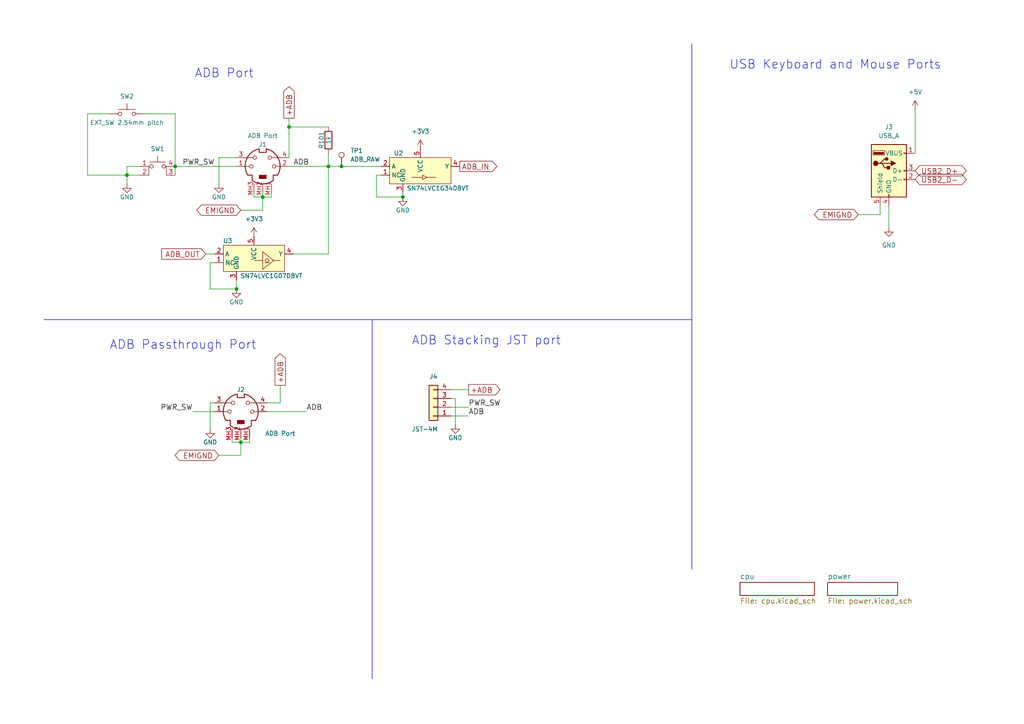
<source format=kicad_sch>
(kicad_sch (version 20230121) (generator eeschema)
  (paper "A4")
  (title_block (title "QuokkADB Community Edition") (date "2023-03-17") (rev "2023a") (company "Rabbit Hole Computing"))
  (lib_symbols
    (symbol "Connector:Mini-DIN-4" (pin_names (offset 1.016))
      (property "Reference" "J1" (at 0 6.35 0))
      (property "Value" "ADB Port" (at 8.89 -4.445 0))
      (symbol "Mini-DIN-4_0_1"
        (circle (center -3.302 0) (radius 0.508))
        (arc (start -3.048 -4.064) (mid 0 -5.08) (end 3.048 -4.064) (stroke (width 0.254)))
        (circle (center -2.032 2.54) (radius 0.508))
        (rectangle (start -1.016 -2.54) (end 1.016 -3.556) (fill (type outline)))
        (arc (start -1.016 5.08) (mid -4.6228 2.1214) (end -4.318 -2.54) (stroke (width 0.254)))
        (polyline (pts (xy -3.81 0) (xy -5.08 0)))
        (polyline (pts (xy -2.54 2.54) (xy -5.08 2.54)))
        (polyline (pts (xy 2.794 2.54) (xy 5.08 2.54)))
        (polyline (pts (xy 5.08 0) (xy 3.81 0)))
        (polyline (pts (xy -4.318 -2.54) (xy -3.048 -2.54) (xy -3.048 -4.064)) (stroke (width 0.254)))
        (polyline (pts (xy 4.318 -2.54) (xy 3.048 -2.54) (xy 3.048 -4.064)) (stroke (width 0.254)))
        (polyline (pts (xy -1.016 5.08) (xy -1.016 4.064) (xy 1.016 4.064) (xy 1.016 5.08)) (stroke (width 0.254)))
        (circle (center 2.286 2.54) (radius 0.508))
        (circle (center 3.302 0) (radius 0.508))
        (arc (start 4.318 -2.54) (mid 4.6661 2.1322) (end 1.016 5.08) (stroke (width 0.254)))
      )
      (symbol "Mini-DIN-4_1_1"
        (pin passive line (at 7.62 0 180) (length 2.54) (name "~") (number "1"))
        (pin passive line (at -7.62 0 0) (length 2.54) (name "~") (number "2"))
        (pin passive line (at 7.62 2.54 180) (length 2.54) (name "~") (number "3"))
        (pin passive line (at -7.62 2.54 0) (length 2.54) (name "~") (number "4"))
        (pin passive line (at -2.54 -7.62 90) (length 2.54) (name "~") (number "MH1"))
        (pin passive line (at 0 -7.62 90) (length 2.54) (name "~") (number "MH2"))
        (pin passive line (at 2.54 -7.62 90) (length 2.54) (name "~") (number "MH3"))
      )
    )
    (symbol "Connector:TestPoint" (pin_numbers hide) (pin_names (offset 0.762) hide)
      (property "Reference" "TP" (at 0 6.858 0))
      (property "Value" "TestPoint" (at 0 5.08 0))
      (symbol "TestPoint_0_1"
        (circle (center 0 3.302) (radius 0.762))
      )
      (symbol "TestPoint_1_1"
        (pin passive line (at 0 0 90) (length 2.54) (name "1") (number "1"))
      )
    )
    (symbol "Connector:USB_A" (pin_names (offset 1.016))
      (property "Reference" "J" (at -5.08 11.43 0))
      (property "Value" "USB_A" (at -5.08 8.89 0))
      (symbol "USB_A_0_1"
        (rectangle (start -5.08 -7.62) (end 5.08 7.62) (stroke (width 0.254)) (fill (type background)))
        (circle (center -3.81 2.159) (radius 0.635) (stroke (width 0.254)) (fill (type outline)))
        (rectangle (start -1.524 4.826) (end -4.318 5.334) (fill (type outline)))
        (rectangle (start -1.27 4.572) (end -4.572 5.842))
        (circle (center -0.635 3.429) (radius 0.381) (stroke (width 0.254)) (fill (type outline)))
        (rectangle (start -0.127 -7.62) (end 0.127 -6.858))
        (polyline (pts (xy -3.175 2.159) (xy -2.54 2.159) (xy -1.27 3.429) (xy -0.635 3.429)) (stroke (width 0.254)))
        (polyline (pts (xy -2.54 2.159) (xy -1.905 2.159) (xy -1.27 0.889) (xy 0 0.889)) (stroke (width 0.254)))
        (polyline (pts (xy 0.635 2.794) (xy 0.635 1.524) (xy 1.905 2.159) (xy 0.635 2.794)) (stroke (width 0.254)) (fill (type outline)))
        (rectangle (start 0.254 1.27) (end -0.508 0.508) (stroke (width 0.254)) (fill (type outline)))
        (rectangle (start 5.08 -2.667) (end 4.318 -2.413))
        (rectangle (start 5.08 -0.127) (end 4.318 0.127))
        (rectangle (start 5.08 4.953) (end 4.318 5.207))
      )
      (symbol "USB_A_1_1"
        (polyline (pts (xy -1.905 2.159) (xy 0.635 2.159)) (stroke (width 0.254)))
        (pin power_in line (at 7.62 5.08 180) (length 2.54) (name "VBUS") (number "1"))
        (pin bidirectional line (at 7.62 -2.54 180) (length 2.54) (name "D-") (number "2"))
        (pin bidirectional line (at 7.62 0 180) (length 2.54) (name "D+") (number "3"))
        (pin power_in line (at 0 -10.16 90) (length 2.54) (name "GND") (number "4"))
        (pin passive line (at -2.54 -10.16 90) (length 2.54) (name "Shield") (number "5"))
      )
    )
    (symbol "Connector_Generic:Conn_01x04" (pin_names (offset 1.016) hide)
      (property "Reference" "J" (at 0 5.08 0))
      (property "Value" "Conn_01x04" (at 0 -7.62 0))
      (symbol "Conn_01x04_1_1"
        (rectangle (start -1.27 -4.953) (end 0 -5.207) (stroke (width 0.1524)))
        (rectangle (start -1.27 -2.413) (end 0 -2.667) (stroke (width 0.1524)))
        (rectangle (start -1.27 0.127) (end 0 -0.127) (stroke (width 0.1524)))
        (rectangle (start -1.27 2.667) (end 0 2.413) (stroke (width 0.1524)))
        (rectangle (start -1.27 3.81) (end 1.27 -6.35) (stroke (width 0.254)) (fill (type background)))
        (pin passive line (at -5.08 2.54 0) (length 3.81) (name "Pin_1") (number "1"))
        (pin passive line (at -5.08 0 0) (length 3.81) (name "Pin_2") (number "2"))
        (pin passive line (at -5.08 -2.54 0) (length 3.81) (name "Pin_3") (number "3"))
        (pin passive line (at -5.08 -5.08 0) (length 3.81) (name "Pin_4") (number "4"))
      )
    )
    (symbol "Switch:SW_MEC_5E" (pin_names (offset 1.016) hide)
      (property "Reference" "SW" (at 0.635 5.715 0))
      (property "Value" "SW_MEC_5E" (at 0 -3.175 0))
      (symbol "SW_MEC_5E_0_1"
        (circle (center -1.778 2.54) (radius 0.508))
        (polyline (pts (xy -2.286 3.81) (xy 2.286 3.81)))
        (polyline (pts (xy 0 3.81) (xy 0 5.588)))
        (polyline (pts (xy -2.54 0) (xy -2.54 2.54) (xy -2.286 2.54)))
        (polyline (pts (xy 2.54 0) (xy 2.54 2.54) (xy 2.286 2.54)))
        (circle (center 1.778 2.54) (radius 0.508))
        (pin passive line (at -5.08 2.54 0) (length 2.54) (name "1") (number "1"))
        (pin passive line (at -5.08 0 0) (length 2.54) (name "2") (number "2"))
        (pin passive line (at 5.08 0 180) (length 2.54) (name "K") (number "3"))
        (pin passive line (at 5.08 2.54 180) (length 2.54) (name "A") (number "4"))
      )
    )
    (symbol "Switch:SW_Push" (pin_numbers hide) (pin_names (offset 1.016) hide)
      (property "Reference" "SW" (at 1.27 2.54 0))
      (property "Value" "SW_Push" (at 0 -1.524 0))
      (symbol "SW_Push_0_1"
        (circle (center -2.032 0) (radius 0.508))
        (polyline (pts (xy 0 1.27) (xy 0 3.048)))
        (polyline (pts (xy 2.54 1.27) (xy -2.54 1.27)))
        (circle (center 2.032 0) (radius 0.508))
        (pin passive line (at -5.08 0 0) (length 2.54) (name "1") (number "1"))
        (pin passive line (at 5.08 0 180) (length 2.54) (name "2") (number "2"))
      )
    )
    (symbol "Usb2Adb:SN74LVC1G07"
      (property "Reference" "U" (at 3.81 3.81 0))
      (property "Value" "SN74LVC1G07" (at 13.97 -6.35 0))
      (symbol "SN74LVC1G07_0_1"
        (polyline (pts (xy 17.145 -1.905) (xy 19.05 -1.905)))
        (polyline (pts (xy 11.43 -1.905) (xy 13.97 -1.905) (xy 13.97 0.635) (xy 17.145 -1.905) (xy 13.97 -4.445) (xy 13.97 -1.905)))
        (polyline (pts (xy 15.24 -2.54) (xy 14.605 -1.905) (xy 15.24 -1.27) (xy 15.875 -1.905) (xy 15.24 -2.54) (xy 14.605 -2.54) (xy 15.24 -2.54) (xy 15.875 -2.54)))
        (rectangle (start 2.54 2.54) (end 20.32 -5.08) (fill (type background)))
      )
      (symbol "SN74LVC1G07_1_1"
        (pin passive line (at 0 -2.54 0) (length 2.54) (name "NC") (number "1"))
        (pin input line (at 0 0 0) (length 2.54) (name "A") (number "2"))
        (pin power_in line (at 6.35 -7.62 90) (length 2.54) (name "GND") (number "3"))
        (pin open_collector line (at 22.86 0 180) (length 2.54) (name "Y") (number "4"))
        (pin power_in line (at 11.43 5.08 270) (length 2.54) (name "VCC") (number "5"))
      )
    )
    (symbol "Usb2Adb:SN74LVC1G34DBVR"
      (property "Reference" "U" (at 2.54 3.81 0))
      (property "Value" "SN74LVC1G34DBVR" (at 13.97 -6.35 0))
      (symbol "SN74LVC1G34DBVR_0_1"
        (polyline (pts (xy 13.335 -3.175) (xy 15.875 -3.175)))
        (polyline (pts (xy 8.89 -3.175) (xy 12.065 -3.175) (xy 12.065 -2.54) (xy 13.335 -3.175) (xy 12.065 -3.81) (xy 12.065 -3.175)))
        (rectangle (start 2.54 2.54) (end 20.32 -5.08) (fill (type background)))
      )
      (symbol "SN74LVC1G34DBVR_1_1"
        (pin passive line (at 0 -2.54 0) (length 2.54) (name "NC") (number "1"))
        (pin input line (at 0 0 0) (length 2.54) (name "A") (number "2"))
        (pin power_in line (at 6.35 -7.62 90) (length 2.54) (name "GND") (number "3"))
        (pin output line (at 22.86 0 180) (length 2.54) (name "Y") (number "4"))
        (pin power_in line (at 11.43 5.08 270) (length 2.54) (name "VCC") (number "5"))
      )
    )
    (symbol "power:+3V3" (power) (pin_names (offset 0))
      (property "Value" "+3V3" (at 0 3.556 0))
      (symbol "+3V3_0_1"
        (polyline (pts (xy -0.762 1.27) (xy 0 2.54)))
        (polyline (pts (xy 0 0) (xy 0 2.54)))
        (polyline (pts (xy 0 2.54) (xy 0.762 1.27)))
      )
      (symbol "+3V3_1_1"
        (pin power_in line (at 0 0 90) (length 0) hide (name "+3V3") (number "1"))
      )
    )
    (symbol "power:+5V" (power) (pin_names (offset 0))
      (property "Value" "+5V" (at 0 3.556 0))
      (symbol "+5V_0_1"
        (polyline (pts (xy -0.762 1.27) (xy 0 2.54)))
        (polyline (pts (xy 0 0) (xy 0 2.54)))
        (polyline (pts (xy 0 2.54) (xy 0.762 1.27)))
      )
      (symbol "+5V_1_1"
        (pin power_in line (at 0 0 90) (length 0) hide (name "+5V") (number "1"))
      )
    )
    (symbol "power:GND" (power) (pin_names (offset 0))
      (property "Value" "GND" (at 0 -3.81 0))
      (symbol "GND_0_1"
        (polyline (pts (xy 0 0) (xy 0 -1.27) (xy 1.27 -1.27) (xy 0 -2.54) (xy -1.27 -1.27) (xy 0 -1.27)))
      )
      (symbol "GND_1_1"
        (pin power_in line (at 0 0 270) (length 0) hide (name "GND") (number "1"))
      )
    )
    (symbol "usb2adb-rescue:R" (pin_numbers hide) (pin_names (offset 0))
      (property "Reference" "R" (at 2.032 0 90))
      (property "Value" "R" (at 0 0 90))
      (symbol "R_0_1"
        (rectangle (start -1.016 -2.54) (end 1.016 2.54) (stroke (width 0.254)))
      )
      (symbol "R_1_1"
        (pin passive line (at 0 3.81 270) (length 1.27) (name "~") (number "1"))
        (pin passive line (at 0 -3.81 90) (length 1.27) (name "~") (number "2"))
      )
    )
  )
  (junction (at 116.84 57.15))
  (junction (at 69.85 128.27))
  (junction (at 36.83 50.8))
  (junction (at 76.2 57.15))
  (junction (at 95.25 48.26))
  (junction (at 99.06 48.26))
  (junction (at 68.58 83.82))
  (junction (at 83.82 36.83))
  (junction (at 50.8 48.26))
  (wire (pts (xy 257.81 59.69) (xy 257.81 66.04)))
  (wire (pts (xy 95.25 44.45) (xy 95.25 48.26)))
  (polyline (pts (xy 107.95 92.71) (xy 107.95 196.85)))
  (wire (pts (xy 60.96 116.84) (xy 60.96 124.46)))
  (wire (pts (xy 63.5 45.72) (xy 68.58 45.72)))
  (wire (pts (xy 69.85 132.08) (xy 69.85 128.27)))
  (wire (pts (xy 63.5 132.08) (xy 69.85 132.08)))
  (wire (pts (xy 248.92 62.23) (xy 255.27 62.23)))
  (wire (pts (xy 78.74 55.88) (xy 78.74 57.15)))
  (wire (pts (xy 67.31 127) (xy 67.31 128.27)))
  (wire (pts (xy 81.28 111.76) (xy 81.28 116.84)))
  (polyline (pts (xy 200.66 12.7) (xy 200.66 165.1)))
  (wire (pts (xy 50.8 33.02) (xy 41.91 33.02)))
  (wire (pts (xy 265.43 31.75) (xy 265.43 44.45)))
  (wire (pts (xy 255.27 59.69) (xy 255.27 62.23)))
  (wire (pts (xy 116.84 57.15) (xy 116.84 55.88)))
  (wire (pts (xy 83.82 45.72) (xy 83.82 36.83)))
  (wire (pts (xy 31.75 33.02) (xy 25.4 33.02)))
  (wire (pts (xy 77.47 116.84) (xy 81.28 116.84)))
  (wire (pts (xy 25.4 33.02) (xy 25.4 50.8)))
  (wire (pts (xy 25.4 50.8) (xy 36.83 50.8)))
  (wire (pts (xy 76.2 55.88) (xy 76.2 57.15)))
  (polyline (pts (xy 12.7 92.71) (xy 200.66 92.71)))
  (wire (pts (xy 77.47 119.38) (xy 88.9 119.38)))
  (wire (pts (xy 36.83 50.8) (xy 40.64 50.8)))
  (wire (pts (xy 83.82 34.29) (xy 83.82 36.83)))
  (wire (pts (xy 55.88 119.38) (xy 62.23 119.38)))
  (wire (pts (xy 95.25 48.26) (xy 99.06 48.26)))
  (wire (pts (xy 95.25 48.26) (xy 95.25 73.66)))
  (wire (pts (xy 130.81 118.11) (xy 135.89 118.11)))
  (wire (pts (xy 60.96 83.82) (xy 60.96 76.2)))
  (wire (pts (xy 76.2 60.96) (xy 76.2 57.15)))
  (wire (pts (xy 69.85 127) (xy 69.85 128.27)))
  (wire (pts (xy 109.22 50.8) (xy 110.49 50.8)))
  (wire (pts (xy 50.8 48.26) (xy 50.8 50.8)))
  (wire (pts (xy 69.85 60.96) (xy 76.2 60.96)))
  (wire (pts (xy 36.83 50.8) (xy 36.83 53.34)))
  (wire (pts (xy 68.58 83.82) (xy 60.96 83.82)))
  (wire (pts (xy 130.81 115.57) (xy 132.08 115.57)))
  (wire (pts (xy 85.09 73.66) (xy 95.25 73.66)))
  (wire (pts (xy 63.5 45.72) (xy 63.5 53.34)))
  (wire (pts (xy 50.8 48.26) (xy 68.58 48.26)))
  (wire (pts (xy 60.96 76.2) (xy 62.23 76.2)))
  (wire (pts (xy 36.83 48.26) (xy 36.83 50.8)))
  (wire (pts (xy 73.66 55.88) (xy 73.66 57.15)))
  (wire (pts (xy 130.81 120.65) (xy 135.89 120.65)))
  (wire (pts (xy 83.82 36.83) (xy 95.25 36.83)))
  (wire (pts (xy 67.31 128.27) (xy 69.85 128.27)))
  (wire (pts (xy 59.69 73.66) (xy 62.23 73.66)))
  (wire (pts (xy 69.85 128.27) (xy 72.39 128.27)))
  (wire (pts (xy 83.82 48.26) (xy 95.25 48.26)))
  (wire (pts (xy 50.8 48.26) (xy 50.8 33.02)))
  (wire (pts (xy 109.22 57.15) (xy 116.84 57.15)))
  (wire (pts (xy 76.2 57.15) (xy 78.74 57.15)))
  (wire (pts (xy 62.23 116.84) (xy 60.96 116.84)))
  (wire (pts (xy 132.08 115.57) (xy 132.08 123.19)))
  (wire (pts (xy 130.81 113.03) (xy 135.89 113.03)))
  (wire (pts (xy 72.39 127) (xy 72.39 128.27)))
  (wire (pts (xy 40.64 48.26) (xy 36.83 48.26)))
  (wire (pts (xy 99.06 48.26) (xy 110.49 48.26)))
  (wire (pts (xy 68.58 81.28) (xy 68.58 83.82)))
  (wire (pts (xy 109.22 57.15) (xy 109.22 50.8)))
  (wire (pts (xy 73.66 57.15) (xy 76.2 57.15)))
  (text "ADB Passthrough Port" (at 31.75 101.6 0) (effects (font (size 2.54 2.54)) (justify left bottom)))
  (text "ADB Stacking JST port" (at 119.38 100.33 0) (effects (font (size 2.54 2.54)) (justify left bottom)))
  (text "USB Keyboard and Mouse Ports" (at 273.05 20.32 0) (effects (font (size 2.54 2.54)) (justify right bottom)))
  (text "ADB Port" (at 73.66 22.86 0) (effects (font (size 2.54 2.54)) (justify right bottom)))
  (label "ADB" (at 135.89 120.65 0) (effects (font (size 1.524 1.524))))
  (label "ADB" (at 88.9 119.38 0) (effects (font (size 1.524 1.524))))
  (label "PWR_SW" (at 135.89 118.11 0) (effects (font (size 1.524 1.524))))
  (label "PWR_SW" (at 62.23 48.26 180) (effects (font (size 1.524 1.524))))
  (label "PWR_SW" (at 55.88 119.38 180) (effects (font (size 1.524 1.524))))
  (label "ADB" (at 85.09 48.26 0) (effects (font (size 1.524 1.524))))
  (global_label "EMIGND" (shape bidirectional) (at 63.5 132.08 180) (effects (font (size 1.524 1.524))) (property "Intersheetrefs" "${INTERSHEET_REFS}" (effects hide)))
  (global_label "+ADB" (shape output) (at 135.89 113.03 0) (effects (font (size 1.524 1.524))) (property "Intersheetrefs" "${INTERSHEET_REFS}" (effects hide)))
  (global_label "+ADB" (shape output) (at 81.28 111.76 90) (effects (font (size 1.524 1.524))) (property "Intersheetrefs" "${INTERSHEET_REFS}" (effects hide)))
  (global_label "EMIGND" (shape bidirectional) (at 69.85 60.96 180) (effects (font (size 1.524 1.524))) (property "Intersheetrefs" "${INTERSHEET_REFS}" (effects hide)))
  (global_label "EMIGND" (shape bidirectional) (at 248.92 62.23 180) (effects (font (size 1.524 1.524))) (property "Intersheetrefs" "${INTERSHEET_REFS}" (effects hide)))
  (global_label "USB2_D+" (shape bidirectional) (at 265.43 49.53 0) (effects (font (size 1.524 1.524))) (property "Intersheetrefs" "${INTERSHEET_REFS}" (effects hide)))
  (global_label "+ADB" (shape output) (at 83.82 34.29 90) (effects (font (size 1.524 1.524))) (property "Intersheetrefs" "${INTERSHEET_REFS}" (effects hide)))
  (global_label "ADB_IN" (shape output) (at 133.35 48.26 0) (effects (font (size 1.524 1.524))) (property "Intersheetrefs" "${INTERSHEET_REFS}" (effects hide)))
  (global_label "USB2_D-" (shape bidirectional) (at 265.43 52.07 0) (effects (font (size 1.524 1.524))) (property "Intersheetrefs" "${INTERSHEET_REFS}" (effects hide)))
  (global_label "ADB_OUT" (shape input) (at 59.69 73.66 180) (effects (font (size 1.524 1.524))) (property "Intersheetrefs" "${INTERSHEET_REFS}" (effects hide)))
  (symbol (lib_id "Switch:SW_MEC_5E") (at 45.72 50.8 0) (unit 1)
    (property "Reference" "SW1" (at 45.72 43.18 0))
    (property "Value" "SW_MEC_5E" (effects hide))
    (property "Footprint" "Usb2Adb:SW_SPST_TL3342F160QG" (effects hide))
    (property "Datasheet" "https://sten-eswitch-13110800-production.s3.amazonaws.com/system/asset/product_line/data_sheet/165/TL3342.pdf" (effects hide))
    (property "LCSC" "C318884" (effects hide))
    (property "Manufacturer" "E-Switch" (effects hide))
    (property "PartNumber" "TL3342F160QG/TR" (effects hide))
    (property "digikey" "EG2531TR-ND" (effects hide))
  )
  (symbol (lib_id "Connector:USB_A") (at 257.81 49.53 0) (unit 1)
    (property "Reference" "J3" (at 257.81 36.83 0))
    (property "Value" "USB_A" (at 257.81 39.37 0))
    (property "Footprint" "Connector_USB:USB_A_Molex_67643_Horizontal" (effects hide))
    (property "Datasheet" "https://app.adam-tech.com/products/download/data_sheet/195865/usb-a-s-ra-data-sheet.pdf" (effects hide))
    (property "LCSC" "N/A" (effects hide))
    (property "Manufacturer" "Adam Tech" (effects hide))
    (property "PartNumber" "USB-A-S-RA" (effects hide))
    (property "digikey" "2057-USB-A-S-RA-ND" (effects hide))
  )
  (symbol (lib_id "Connector:Mini-DIN-4") (at 69.85 119.38 0) (mirror y) (unit 1)
    (property "Reference" "J2" (at 69.85 113.03 0))
    (property "Value" "ADB Port" (at 81.28 125.73 0))
    (property "Footprint" "Usb2Adb:57492631" (effects hide))
    (property "Datasheet" "https://app.adam-tech.com/products/download/data_sheet/199620/mdj-00x-fs-data-sheet.pdf" (effects hide))
    (property "LCSC" "N/A" (effects hide))
    (property "Manufacturer" "Adam Tech" (effects hide))
    (property "PartNumber" "MDJ-004-FS" (effects hide))
    (property "digikey" "2057-MDJ-004-FS-ND" (effects hide))
  )
  (symbol (lib_id "power:+3V3") (at 73.66 68.58 0) (unit 1)
    (property "Reference" "#PWR0110" (effects hide))
    (property "Value" "+3V3" (at 73.66 63.5 0))
  )
  (symbol (lib_id "Connector:Mini-DIN-4") (at 76.2 48.26 0) (mirror y) (unit 1)
    (property "Reference" "J1" (at 76.2 41.91 0))
    (property "Value" "ADB Port" (at 76.2 39.37 0))
    (property "Footprint" "Usb2Adb:57492631" (effects hide))
    (property "Datasheet" "https://app.adam-tech.com/products/download/data_sheet/199620/mdj-00x-fs-data-sheet.pdf" (effects hide))
    (property "LCSC" "N/A" (effects hide))
    (property "Manufacturer" "Adam Tech" (effects hide))
    (property "PartNumber" "MDJ-004-FS" (effects hide))
    (property "digikey" "2057-MDJ-004-FS-ND" (effects hide))
  )
  (symbol (lib_id "power:+3V3") (at 121.92 43.18 0) (unit 1)
    (property "Reference" "#PWR0109" (effects hide))
    (property "Value" "+3V3" (at 121.92 38.1 0))
  )
  (symbol (lib_id "Connector:TestPoint") (at 99.06 48.26 0) (unit 1) (in_bom no)
    (property "Reference" "TP1" (at 101.6 43.6879 0) (effects (justify left)))
    (property "Value" "ADB_RAW" (at 101.6 46.2279 0) (effects (justify left)))
    (property "Footprint" "Usb2Adb:Testpad_0.5mm" (effects hide))
    (property "LCSC" "N/A" (effects hide))
  )
  (symbol (lib_id "power:+5V") (at 265.43 31.75 0) (unit 1)
    (property "Reference" "#PWR0104" (effects hide))
    (property "Value" "+5V" (at 265.43 26.67 0))
  )
  (symbol (lib_id "Usb2Adb:SN74LVC1G34DBVR") (at 110.49 48.26 0) (unit 1)
    (property "Reference" "U2" (at 115.57 44.45 0))
    (property "Value" "SN74LVC1G34DBVT" (at 127 54.61 0))
    (property "Footprint" "Package_TO_SOT_SMD:SOT-23-5" (effects hide))
    (property "Datasheet" "https://www.ti.com/lit/ds/symlink/sn74lvc1g34.pdf" (effects hide))
    (property "LCSC" "C840096" (effects hide))
    (property "Manufacturer" "TI" (effects hide))
    (property "PartNumber" "SN74LVC1G34DBVT" (effects hide))
    (property "digikey" "296-26603-1-ND" (effects hide))
    (property "JLCPCBCORRECT" "0;0;180" (effects hide))
  )
  (symbol (lib_id "Connector_Generic:Conn_01x04") (at 125.73 118.11 180) (unit 1)
    (property "Reference" "J4" (at 125.73 109.22 0))
    (property "Value" "JST-4M" (at 123.19 124.46 0))
    (property "Footprint" "Connector_JST:JST_SH_SM04B-SRSS-TB_1x04-1MP_P1.00mm_Horizontal" (effects hide))
  )
  (symbol (lib_id "usb2adb-rescue:R") (at 95.25 40.64 180) (unit 1)
    (property "Reference" "R101" (at 93.218 40.64 90))
    (property "Value" "1k" (at 95.25 40.64 90))
    (property "Footprint" "Resistor_SMD:R_0603_1608Metric" (effects hide))
    (property "LCSC" "C21190" (effects hide))
    (property "Manufacturer" "Yageo" (effects hide))
    (property "PartNumber" "RC0603FR-071KL" (effects hide))
    (property "digikey" "311-1.00KHRTR-ND" (effects hide))
  )
  (symbol (lib_id "power:GND") (at 36.83 53.34 0) (unit 1)
    (property "Reference" "#PWR0111" (effects hide))
    (property "Value" "GND" (at 36.83 57.15 0))
  )
  (symbol (lib_id "power:GND") (at 68.58 83.82 0) (unit 1)
    (property "Reference" "#PWR0115" (effects hide))
    (property "Value" "GND" (at 68.58 87.63 0))
  )
  (symbol (lib_id "power:GND") (at 257.81 66.04 0) (unit 1)
    (property "Reference" "#PWR0101" (effects hide))
    (property "Value" "GND" (at 257.81 71.12 0))
  )
  (symbol (lib_id "power:GND") (at 132.08 123.19 0) (unit 1)
    (property "Reference" "#PWR0122" (effects hide))
    (property "Value" "GND" (at 132.08 127 0))
  )
  (symbol (lib_id "Usb2Adb:SN74LVC1G07") (at 62.23 73.66 0) (unit 1)
    (property "Reference" "U3" (at 66.04 69.85 0))
    (property "Value" "SN74LVC1G07DBVT" (at 78.74 80.01 0))
    (property "Footprint" "Package_TO_SOT_SMD:SOT-23-5" (effects hide))
    (property "Datasheet" "https://www.ti.com/lit/ds/symlink/sn74lvc1g07.pdf" (effects hide))
    (property "LCSC" "C7829" (effects hide))
    (property "Manufacturer" "TI" (effects hide))
    (property "PartNumber" "SN74LVC1G07DBVT" (effects hide))
    (property "digikey" "296-26590-1-ND" (effects hide))
    (property "JLCPCBCORRECT" "0;0;180" (effects hide))
  )
  (symbol (lib_id "power:GND") (at 63.5 53.34 0) (unit 1)
    (property "Reference" "#PWR0108" (effects hide))
    (property "Value" "GND" (at 63.5 57.15 0))
  )
  (symbol (lib_id "Switch:SW_Push") (at 36.83 33.02 0) (unit 1) (in_bom no)
    (property "Reference" "SW2" (at 36.83 27.94 0))
    (property "Value" "EXT_SW 2.54mm pitch" (at 36.83 35.56 0))
    (property "Footprint" "Connector_PinHeader_2.54mm:PinHeader_1x02_P2.54mm_Vertical" (effects hide))
    (property "LCSC" "N/A" (effects hide))
  )
  (symbol (lib_id "power:GND") (at 60.96 124.46 0) (unit 1)
    (property "Reference" "#PWR0121" (effects hide))
    (property "Value" "GND" (at 60.96 128.27 0))
  )
  (symbol (lib_id "power:GND") (at 116.84 57.15 0) (unit 1)
    (property "Reference" "#PWR0112" (effects hide))
    (property "Value" "GND" (at 116.84 60.96 0))
  )
  (sheet (at 240.03 168.91) (size 20.32 3.81)
    (property "Sheetname" "power" (at 240.03 168.0714 0) (effects (font (size 1.524 1.524)) (justify left bottom)))
    (property "Sheetfile" "power.kicad_sch" (at 240.03 173.4062 0) (effects (font (size 1.524 1.524)) (justify left top)))
  )
  (sheet (at 214.63 168.91) (size 21.59 3.81)
    (property "Sheetname" "cpu" (at 214.63 168.0714 0) (effects (font (size 1.524 1.524)) (justify left bottom)))
    (property "Sheetfile" "cpu.kicad_sch" (at 214.63 173.4062 0) (effects (font (size 1.524 1.524)) (justify left top)))
  )
)
</source>
